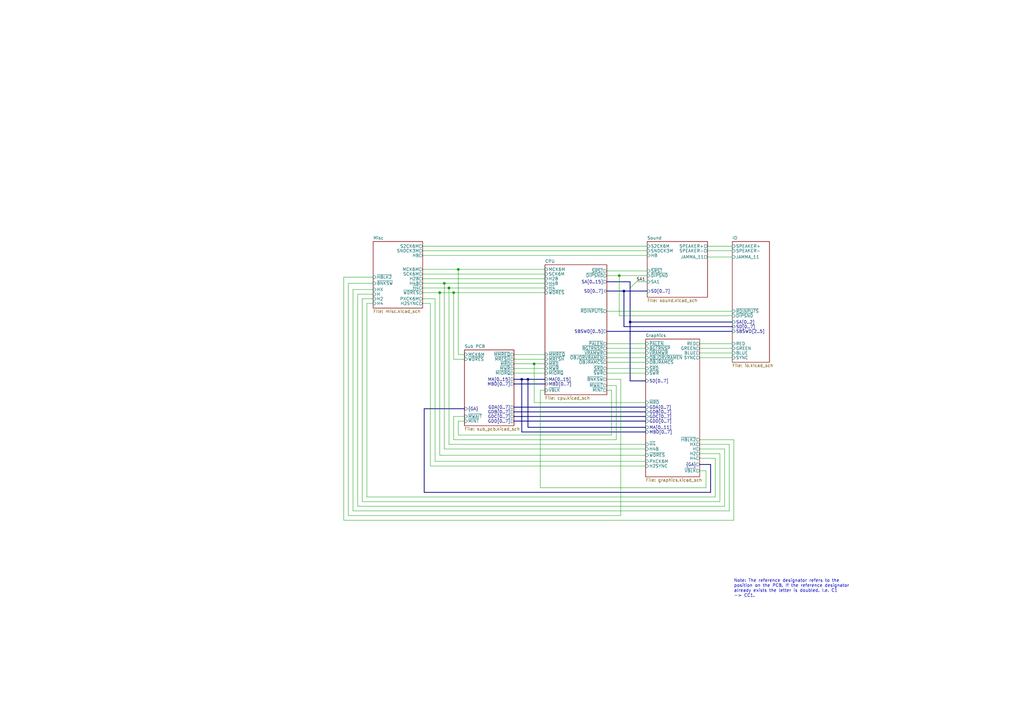
<source format=kicad_sch>
(kicad_sch (version 20211123) (generator eeschema)
  (paper "A3")
  (title_block (title "The NewZealand Story - P0-043A") (date "2022-11-16") (company "Ulf Skutnabba, twitter @skutis77"))
  (lib_symbols)
  (junction (at 213.995 155.575))
  (junction (at 184.15 118.11))
  (junction (at 255.905 119.38))
  (junction (at 216.535 155.575))
  (junction (at 254 113.03))
  (junction (at 186.055 120.015))
  (junction (at 180.34 120.015))
  (junction (at 182.245 116.205))
  (junction (at 187.96 110.49))
  (junction (at 219.075 149.225))
  (junction (at 258.445 132.08))
  (bus_entry (at 258.445 118.11) (size 2.54 -2.54))
  (bus (pts (xy 248.92 115.57) (xy 258.445 115.57)))
  (wire (pts (xy 254.635 211.455) (xy 142.875 211.455)))
  (bus (pts (xy 216.535 155.575) (xy 223.52 155.575)))
  (wire (pts (xy 290.195 102.87) (xy 300.355 102.87)))
  (wire (pts (xy 182.245 116.205) (xy 182.245 184.15)))
  (wire (pts (xy 250.825 160.02) (xy 250.825 178.435)))
  (wire (pts (xy 187.96 110.49) (xy 187.96 145.415)))
  (wire (pts (xy 293.37 203.835) (xy 150.495 203.835)))
  (bus (pts (xy 255.905 119.38) (xy 265.43 119.38)))
  (wire (pts (xy 186.055 180.34) (xy 186.055 170.815)))
  (wire (pts (xy 173.355 104.775) (xy 265.43 104.775)))
  (bus (pts (xy 216.535 175.26) (xy 264.795 175.26)))
  (bus (pts (xy 258.445 118.11) (xy 258.445 132.08)))
  (wire (pts (xy 252.73 180.34) (xy 186.055 180.34)))
  (wire (pts (xy 219.075 149.225) (xy 223.52 149.225)))
  (wire (pts (xy 178.435 122.555) (xy 178.435 189.23)))
  (wire (pts (xy 287.02 180.34) (xy 300.99 180.34)))
  (wire (pts (xy 264.795 191.135) (xy 176.53 191.135)))
  (bus (pts (xy 210.82 170.815) (xy 264.795 170.815)))
  (wire (pts (xy 250.825 178.435) (xy 187.96 178.435)))
  (wire (pts (xy 289.56 200.025) (xy 221.615 200.025)))
  (wire (pts (xy 248.92 160.02) (xy 250.825 160.02)))
  (wire (pts (xy 187.96 110.49) (xy 223.52 110.49)))
  (wire (pts (xy 248.92 155.575) (xy 254.635 155.575)))
  (bus (pts (xy 287.02 190.5) (xy 291.465 190.5)))
  (wire (pts (xy 140.97 113.665) (xy 153.035 113.665)))
  (wire (pts (xy 295.275 205.74) (xy 148.59 205.74)))
  (wire (pts (xy 287.02 146.685) (xy 300.355 146.685)))
  (wire (pts (xy 173.355 118.11) (xy 184.15 118.11)))
  (bus (pts (xy 210.82 157.48) (xy 223.52 157.48)))
  (wire (pts (xy 290.195 105.41) (xy 300.355 105.41)))
  (wire (pts (xy 248.92 144.78) (xy 264.795 144.78)))
  (wire (pts (xy 300.99 213.36) (xy 140.97 213.36)))
  (wire (pts (xy 184.15 118.11) (xy 223.52 118.11)))
  (wire (pts (xy 287.02 184.15) (xy 297.18 184.15)))
  (wire (pts (xy 187.96 172.72) (xy 190.5 172.72)))
  (wire (pts (xy 153.035 118.745) (xy 144.78 118.745)))
  (wire (pts (xy 180.34 120.015) (xy 180.34 186.69)))
  (wire (pts (xy 248.92 113.03) (xy 254 113.03)))
  (wire (pts (xy 153.035 120.65) (xy 146.685 120.65)))
  (wire (pts (xy 254 113.03) (xy 265.43 113.03)))
  (bus (pts (xy 258.445 132.08) (xy 300.355 132.08)))
  (wire (pts (xy 287.02 144.78) (xy 300.355 144.78)))
  (bus (pts (xy 255.905 133.985) (xy 300.355 133.985)))
  (wire (pts (xy 182.245 184.15) (xy 264.795 184.15)))
  (wire (pts (xy 287.02 187.96) (xy 293.37 187.96)))
  (bus (pts (xy 248.92 135.89) (xy 300.355 135.89)))
  (wire (pts (xy 248.92 142.875) (xy 264.795 142.875)))
  (bus (pts (xy 291.465 190.5) (xy 291.465 201.93)))
  (wire (pts (xy 140.97 213.36) (xy 140.97 113.665)))
  (wire (pts (xy 264.795 186.69) (xy 180.34 186.69)))
  (wire (pts (xy 297.18 207.645) (xy 146.685 207.645)))
  (bus (pts (xy 210.82 167.005) (xy 264.795 167.005)))
  (wire (pts (xy 248.92 146.685) (xy 264.795 146.685)))
  (wire (pts (xy 300.355 129.54) (xy 254 129.54)))
  (wire (pts (xy 146.685 120.65) (xy 146.685 207.645)))
  (wire (pts (xy 248.92 158.115) (xy 252.73 158.115)))
  (wire (pts (xy 173.355 120.015) (xy 180.34 120.015)))
  (wire (pts (xy 148.59 122.555) (xy 148.59 205.74)))
  (wire (pts (xy 264.795 189.23) (xy 178.435 189.23)))
  (wire (pts (xy 248.92 111.125) (xy 265.43 111.125)))
  (wire (pts (xy 190.5 147.32) (xy 186.055 147.32)))
  (wire (pts (xy 178.435 122.555) (xy 173.355 122.555)))
  (wire (pts (xy 210.82 151.13) (xy 223.52 151.13)))
  (wire (pts (xy 180.34 120.015) (xy 186.055 120.015)))
  (wire (pts (xy 297.18 184.15) (xy 297.18 207.645)))
  (bus (pts (xy 210.82 155.575) (xy 213.995 155.575)))
  (wire (pts (xy 186.055 120.015) (xy 223.52 120.015)))
  (wire (pts (xy 219.075 165.1) (xy 219.075 149.225)))
  (wire (pts (xy 219.075 165.1) (xy 264.795 165.1)))
  (wire (pts (xy 248.92 151.13) (xy 264.795 151.13)))
  (bus (pts (xy 173.99 167.64) (xy 190.5 167.64)))
  (wire (pts (xy 287.02 186.055) (xy 295.275 186.055)))
  (wire (pts (xy 248.92 127.635) (xy 300.355 127.635)))
  (wire (pts (xy 173.355 100.965) (xy 265.43 100.965)))
  (wire (pts (xy 176.53 124.46) (xy 176.53 191.135)))
  (wire (pts (xy 248.92 140.97) (xy 264.795 140.97)))
  (wire (pts (xy 186.055 170.815) (xy 190.5 170.815)))
  (wire (pts (xy 254 129.54) (xy 254 113.03)))
  (wire (pts (xy 293.37 187.96) (xy 293.37 203.835)))
  (wire (pts (xy 221.615 200.025) (xy 221.615 160.02)))
  (bus (pts (xy 264.795 156.21) (xy 258.445 156.21)))
  (wire (pts (xy 184.15 118.11) (xy 184.15 182.245)))
  (wire (pts (xy 252.73 158.115) (xy 252.73 180.34)))
  (wire (pts (xy 299.085 182.245) (xy 299.085 209.55)))
  (wire (pts (xy 210.82 145.415) (xy 223.52 145.415)))
  (wire (pts (xy 173.355 112.395) (xy 223.52 112.395)))
  (wire (pts (xy 295.275 186.055) (xy 295.275 205.74)))
  (wire (pts (xy 210.82 153.035) (xy 223.52 153.035)))
  (wire (pts (xy 186.055 147.32) (xy 186.055 120.015)))
  (bus (pts (xy 258.445 156.21) (xy 258.445 132.08)))
  (bus (pts (xy 248.92 119.38) (xy 255.905 119.38)))
  (wire (pts (xy 173.355 116.205) (xy 182.245 116.205)))
  (wire (pts (xy 176.53 124.46) (xy 173.355 124.46)))
  (wire (pts (xy 299.085 209.55) (xy 144.78 209.55)))
  (wire (pts (xy 173.355 114.3) (xy 223.52 114.3)))
  (bus (pts (xy 213.995 177.165) (xy 264.795 177.165)))
  (wire (pts (xy 287.02 140.97) (xy 300.355 140.97)))
  (wire (pts (xy 248.92 153.035) (xy 264.795 153.035)))
  (wire (pts (xy 287.02 182.245) (xy 299.085 182.245)))
  (wire (pts (xy 289.56 193.04) (xy 289.56 200.025)))
  (wire (pts (xy 182.245 116.205) (xy 223.52 116.205)))
  (wire (pts (xy 144.78 118.745) (xy 144.78 209.55)))
  (wire (pts (xy 290.195 100.965) (xy 300.355 100.965)))
  (wire (pts (xy 210.82 147.32) (xy 223.52 147.32)))
  (bus (pts (xy 213.995 155.575) (xy 216.535 155.575)))
  (wire (pts (xy 260.985 115.57) (xy 265.43 115.57)))
  (bus (pts (xy 210.82 168.91) (xy 264.795 168.91)))
  (wire (pts (xy 184.15 182.245) (xy 264.795 182.245)))
  (wire (pts (xy 190.5 145.415) (xy 187.96 145.415)))
  (wire (pts (xy 287.02 142.875) (xy 300.355 142.875)))
  (wire (pts (xy 150.495 124.46) (xy 150.495 203.835)))
  (bus (pts (xy 255.905 119.38) (xy 255.905 133.985)))
  (wire (pts (xy 142.875 116.205) (xy 142.875 211.455)))
  (wire (pts (xy 254.635 155.575) (xy 254.635 211.455)))
  (wire (pts (xy 300.99 180.34) (xy 300.99 213.36)))
  (wire (pts (xy 187.96 178.435) (xy 187.96 172.72)))
  (bus (pts (xy 173.99 201.93) (xy 173.99 167.64)))
  (bus (pts (xy 210.82 172.72) (xy 264.795 172.72)))
  (wire (pts (xy 142.875 116.205) (xy 153.035 116.205)))
  (wire (pts (xy 248.92 148.59) (xy 264.795 148.59)))
  (wire (pts (xy 210.82 149.225) (xy 219.075 149.225)))
  (wire (pts (xy 173.355 102.87) (xy 265.43 102.87)))
  (bus (pts (xy 216.535 155.575) (xy 216.535 175.26)))
  (wire (pts (xy 287.02 193.04) (xy 289.56 193.04)))
  (bus (pts (xy 291.465 201.93) (xy 173.99 201.93)))
  (bus (pts (xy 213.995 155.575) (xy 213.995 177.165)))
  (wire (pts (xy 153.035 124.46) (xy 150.495 124.46)))
  (wire (pts (xy 153.035 122.555) (xy 148.59 122.555)))
  (bus (pts (xy 258.445 115.57) (xy 258.445 118.11)))
  (wire (pts (xy 173.355 110.49) (xy 187.96 110.49)))
  (wire (pts (xy 221.615 160.02) (xy 223.52 160.02)))
  (text "Note: The reference designator refers to the\nposition on the PCB. If the reference designator\nalready exists the letter is doubled. I.e. C1\n-> CC1." (at 300.99 245.11 0) (effects (font (size 1.27 1.27)) (justify left bottom)))
  (label "SA1" (at 260.985 115.57 0))
  (sheet (at 153.035 99.06) (size 20.32 27.305) (stroke (width 0.1524))
    (property "Sheet name" "Misc" (at 153.035 98.3484 0) (effects (justify left bottom)))
    (property "Sheet file" "misc.kicad_sch" (at 153.035 126.9496 0) (effects (justify left top)))
    (pin "H2B" output (at 173.355 114.3 0))
    (pin "S2CK6M" output (at 173.355 100.965 0))
    (pin "SNDCK3M" output (at 173.355 102.87 0))
    (pin "HB" output (at 173.355 104.775 0))
    (pin "SCK6M" output (at 173.355 112.395 0))
    (pin "MCK6M" output (at 173.355 110.49 0))
    (pin "H2SYNC" output (at 173.355 124.46 0))
    (pin "PXCK6M" output (at 173.355 122.555 0))
    (pin "~{H4}" output (at 173.355 118.11 0))
    (pin "~{WDRES}" output (at 173.355 120.015 0))
    (pin "HX" input (at 153.035 118.745 180))
    (pin "H2" input (at 153.035 122.555 180))
    (pin "H4" input (at 153.035 124.46 180))
    (pin "H" input (at 153.035 120.65 180))
    (pin "H4B" output (at 173.355 116.205 0))
    (pin "~{BNKSW}" input (at 153.035 116.205 180))
    (pin "~{HBLK2}" input (at 153.035 113.665 180))
  )
  (sheet (at 223.52 108.585) (size 25.4 53.34) (stroke (width 0.1524))
    (property "Sheet name" "CPU" (at 223.52 107.8734 0) (effects (justify left bottom)))
    (property "Sheet file" "cpu.kicad_sch" (at 223.52 162.5096 0) (effects (justify left top)))
    (pin "~{MWR}" input (at 223.52 151.13 180))
    (pin "~{VBLK}" input (at 223.52 160.02 180))
    (pin "SCK6M" input (at 223.52 112.395 180))
    (pin "~{PALEN}" output (at 248.92 140.97 0))
    (pin "~{DIPSND}" output (at 248.92 113.03 0))
    (pin "~{RDINPUTS}" output (at 248.92 127.635 0))
    (pin "MA[0..15]" input (at 223.52 155.575 180))
    (pin "~{OBJORVRAMEN}" output (at 248.92 146.685 0))
    (pin "~{MWAIT}" output (at 248.92 158.115 0))
    (pin "~{MMREQ}" input (at 223.52 145.415 180))
    (pin "~{MRFSH}" input (at 223.52 147.32 180))
    (pin "~{OBJRAMCS}" output (at 248.92 148.59 0))
    (pin "~{VRAMWR}" output (at 248.92 144.78 0))
    (pin "~{BGTRNSP}" output (at 248.92 142.875 0))
    (pin "~{BNKSW}" output (at 248.92 155.575 0))
    (pin "~{WDRES}" input (at 223.52 120.015 180))
    (pin "~{H4}" input (at 223.52 118.11 180))
    (pin "~{MINT}" output (at 248.92 160.02 0))
    (pin "~{MIORQ}" input (at 223.52 153.035 180))
    (pin "MCK6M" input (at 223.52 110.49 180))
    (pin "H4B" input (at 223.52 116.205 180))
    (pin "H2B" input (at 223.52 114.3 180))
    (pin "~{MRD}" input (at 223.52 149.225 180))
    (pin "~{SRST}" output (at 248.92 111.125 0))
    (pin "SA[0..15]" output (at 248.92 115.57 0))
    (pin "SBSWD[0..5]" output (at 248.92 135.89 0))
    (pin "SD[0..7]" bidirectional (at 248.92 119.38 0))
    (pin "~{SWR}" output (at 248.92 153.035 0))
    (pin "~{SRD}" output (at 248.92 151.13 0))
    (pin "MBD[0..7]" bidirectional (at 223.52 157.48 180))
  )
  (sheet (at 300.355 99.06) (size 15.24 49.53) (stroke (width 0.1524))
    (property "Sheet name" "IO" (at 300.355 98.3484 0) (effects (justify left bottom)))
    (property "Sheet file" "io.kicad_sch" (at 300.355 149.1746 0) (effects (justify left top)))
    (pin "~{RDINPUTS}" input (at 300.355 127.635 180))
    (pin "SBSWD[2..5]" input (at 300.355 135.89 180))
    (pin "SPEAKER-" input (at 300.355 102.87 180))
    (pin "JAMMA_11" input (at 300.355 105.41 180))
    (pin "SPEAKER+" input (at 300.355 100.965 180))
    (pin "RED" input (at 300.355 140.97 180))
    (pin "BLUE" input (at 300.355 144.78 180))
    (pin "SA[0..2]" input (at 300.355 132.08 180))
    (pin "SYNC" input (at 300.355 146.685 180))
    (pin "GREEN" input (at 300.355 142.875 180))
    (pin "SD[0..7]" bidirectional (at 300.355 133.985 180))
    (pin "~{DIPSND}" input (at 300.355 129.54 180))
  )
  (sheet (at 190.5 143.51) (size 20.32 31.115) (stroke (width 0.1524))
    (property "Sheet name" "Sub PCB" (at 190.5 142.7984 0) (effects (justify left bottom)))
    (property "Sheet file" "sub_pcb.kicad_sch" (at 190.5 175.2096 0) (effects (justify left top)))
    (pin "~{MINT}" input (at 190.5 172.72 180))
    (pin "~{WDRES}" input (at 190.5 147.32 180))
    (pin "MCK6M" input (at 190.5 145.415 180))
    (pin "MA[0..15]" output (at 210.82 155.575 0))
    (pin "~{MRD}" output (at 210.82 149.225 0))
    (pin "~{MWR}" output (at 210.82 151.13 0))
    (pin "~{MRFSH}" output (at 210.82 147.32 0))
    (pin "~{MWAIT}" input (at 190.5 170.815 180))
    (pin "~{MMREQ}" output (at 210.82 145.415 0))
    (pin "~{MIORQ}" output (at 210.82 153.035 0))
    (pin "GDC[0..7]" output (at 210.82 170.815 0))
    (pin "GDA[0..7]" output (at 210.82 167.005 0))
    (pin "GDB[0..7]" output (at 210.82 168.91 0))
    (pin "GDD[0..7]" output (at 210.82 172.72 0))
    (pin "{GA}" input (at 190.5 167.64 180))
    (pin "MBD[0..7]" output (at 210.82 157.48 0))
  )
  (sheet (at 265.43 99.06) (size 24.765 22.86) (stroke (width 0.1524))
    (property "Sheet name" "Sound" (at 265.43 98.3484 0) (effects (justify left bottom)))
    (property "Sheet file" "sound.kicad_sch" (at 265.43 122.5046 0) (effects (justify left top)))
    (pin "SD[0..7]" input (at 265.43 119.38 180))
    (pin "~{SRST}" input (at 265.43 111.125 180))
    (pin "~{DIPSND}" input (at 265.43 113.03 180))
    (pin "SA1" input (at 265.43 115.57 180))
    (pin "JAMMA_11" output (at 290.195 105.41 0))
    (pin "SPEAKER+" output (at 290.195 100.965 0))
    (pin "SPEAKER-" output (at 290.195 102.87 0))
    (pin "SNDCK3M" input (at 265.43 102.87 180))
    (pin "HB" input (at 265.43 104.775 180))
    (pin "S2CK6M" input (at 265.43 100.965 180))
  )
  (sheet (at 264.795 139.065) (size 22.225 56.515) (stroke (width 0.1524))
    (property "Sheet name" "Graphics" (at 264.795 138.3534 0) (effects (justify left bottom)))
    (property "Sheet file" "graphics.kicad_sch" (at 264.795 196.1646 0) (effects (justify left top)))
    (pin "H2" output (at 287.02 186.055 0))
    (pin "H" output (at 287.02 184.15 0))
    (pin "~{VBLK}" output (at 287.02 193.04 0))
    (pin "H4" output (at 287.02 187.96 0))
    (pin "HX" output (at 287.02 182.245 0))
    (pin "~{MRD}" input (at 264.795 165.1 180))
    (pin "~{VRAMWR}" input (at 264.795 144.78 180))
    (pin "MA[0..11]" input (at 264.795 175.26 180))
    (pin "H4B" input (at 264.795 184.15 180))
    (pin "H2SYNC" input (at 264.795 191.135 180))
    (pin "GDC[0..7]" input (at 264.795 170.815 180))
    (pin "GDB[0..7]" input (at 264.795 168.91 180))
    (pin "GDD[0..7]" input (at 264.795 172.72 180))
    (pin "GDA[0..7]" input (at 264.795 167.005 180))
    (pin "{GA}" output (at 287.02 190.5 0))
    (pin "~{H4}" input (at 264.795 182.245 180))
    (pin "~{OBJORVRAMEN}" input (at 264.795 146.685 180))
    (pin "~{OBJRAMCS}" input (at 264.795 148.59 180))
    (pin "~{WDRES}" input (at 264.795 186.69 180))
    (pin "~{PALEN}" input (at 264.795 140.97 180))
    (pin "~{SWR}" input (at 264.795 153.035 180))
    (pin "~{SRD}" input (at 264.795 151.13 180))
    (pin "PXCK6M" input (at 264.795 189.23 180))
    (pin "RED" output (at 287.02 140.97 0))
    (pin "SYNC" output (at 287.02 146.685 0))
    (pin "BLUE" output (at 287.02 144.78 0))
    (pin "GREEN" output (at 287.02 142.875 0))
    (pin "SD[0..7]" input (at 264.795 156.21 180))
    (pin "MBD[0..7]" input (at 264.795 177.165 180))
    (pin "~{BGTRNSP}" input (at 264.795 142.875 180))
    (pin "~{HBLK2}" output (at 287.02 180.34 0))
  )
)
</source>
